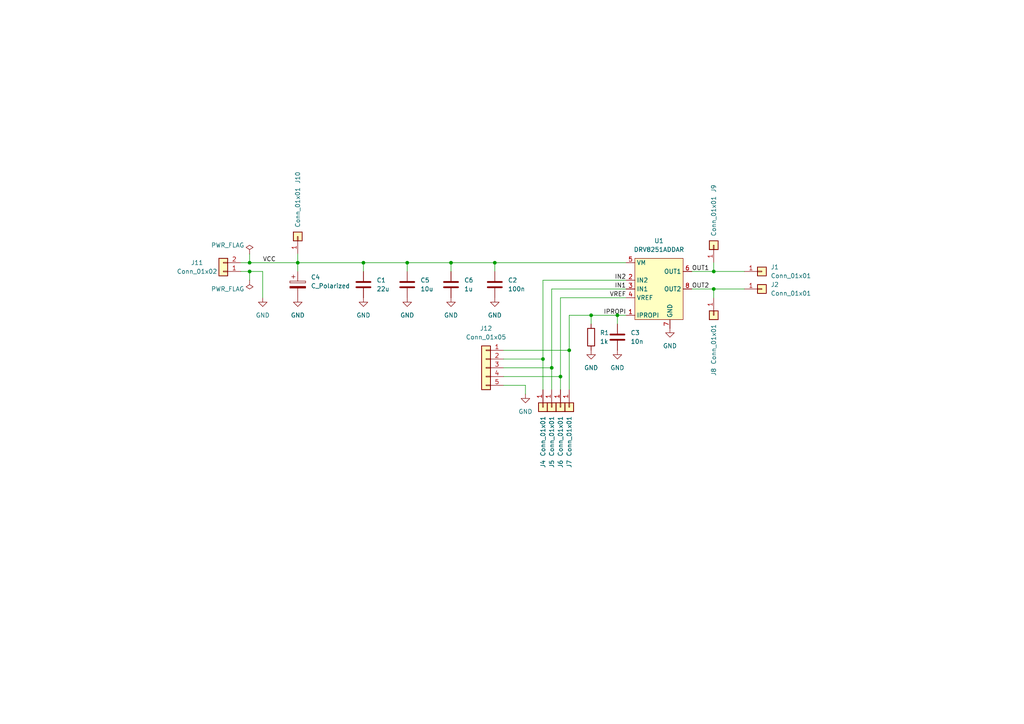
<source format=kicad_sch>
(kicad_sch (version 20230121) (generator eeschema)
  (paper "A4")
  (lib_symbols
    (symbol "Connector_Generic:Conn_01x01" (pin_names (offset 1.016) hide)
      (property "Reference" "J" (at 0 2.54 0))
      (property "Value" "Conn_01x01" (at 0 -2.54 0))
      (symbol "Conn_01x01_1_1"
        (rectangle (start -1.27 0.127) (end 0 -0.127) (stroke (width 0.1524)))
        (rectangle (start -1.27 1.27) (end 1.27 -1.27) (stroke (width 0.254)) (fill (type background)))
        (pin passive line (at -5.08 0 0) (length 3.81) (name "Pin_1") (number "1"))
      )
    )
    (symbol "Connector_Generic:Conn_01x02" (pin_names (offset 1.016) hide)
      (property "Reference" "J" (at 0 2.54 0))
      (property "Value" "Conn_01x02" (at 0 -5.08 0))
      (symbol "Conn_01x02_1_1"
        (rectangle (start -1.27 -2.413) (end 0 -2.667) (stroke (width 0.1524)))
        (rectangle (start -1.27 0.127) (end 0 -0.127) (stroke (width 0.1524)))
        (rectangle (start -1.27 1.27) (end 1.27 -3.81) (stroke (width 0.254)) (fill (type background)))
        (pin passive line (at -5.08 0 0) (length 3.81) (name "Pin_1") (number "1"))
        (pin passive line (at -5.08 -2.54 0) (length 3.81) (name "Pin_2") (number "2"))
      )
    )
    (symbol "Connector_Generic:Conn_01x05" (pin_names (offset 1.016) hide)
      (property "Reference" "J" (at 0 7.62 0))
      (property "Value" "Conn_01x05" (at 0 -7.62 0))
      (symbol "Conn_01x05_1_1"
        (rectangle (start -1.27 -4.953) (end 0 -5.207) (stroke (width 0.1524)))
        (rectangle (start -1.27 -2.413) (end 0 -2.667) (stroke (width 0.1524)))
        (rectangle (start -1.27 0.127) (end 0 -0.127) (stroke (width 0.1524)))
        (rectangle (start -1.27 2.667) (end 0 2.413) (stroke (width 0.1524)))
        (rectangle (start -1.27 5.207) (end 0 4.953) (stroke (width 0.1524)))
        (rectangle (start -1.27 6.35) (end 1.27 -6.35) (stroke (width 0.254)) (fill (type background)))
        (pin passive line (at -5.08 5.08 0) (length 3.81) (name "Pin_1") (number "1"))
        (pin passive line (at -5.08 2.54 0) (length 3.81) (name "Pin_2") (number "2"))
        (pin passive line (at -5.08 0 0) (length 3.81) (name "Pin_3") (number "3"))
        (pin passive line (at -5.08 -2.54 0) (length 3.81) (name "Pin_4") (number "4"))
        (pin passive line (at -5.08 -5.08 0) (length 3.81) (name "Pin_5") (number "5"))
      )
    )
    (symbol "Device:C" (pin_numbers hide) (pin_names (offset 0.254))
      (property "Reference" "C" (at 0.635 2.54 0))
      (property "Value" "C" (at 0.635 -2.54 0))
      (symbol "C_0_1"
        (polyline (pts (xy -2.032 -0.762) (xy 2.032 -0.762)) (stroke (width 0.508)))
        (polyline (pts (xy -2.032 0.762) (xy 2.032 0.762)) (stroke (width 0.508)))
      )
      (symbol "C_1_1"
        (pin passive line (at 0 3.81 270) (length 2.794) (name "~") (number "1"))
        (pin passive line (at 0 -3.81 90) (length 2.794) (name "~") (number "2"))
      )
    )
    (symbol "Device:C_Polarized" (pin_numbers hide) (pin_names (offset 0.254))
      (property "Reference" "C" (at 0.635 2.54 0))
      (property "Value" "C_Polarized" (at 0.635 -2.54 0))
      (symbol "C_Polarized_0_1"
        (rectangle (start -2.286 0.508) (end 2.286 1.016))
        (polyline (pts (xy -1.778 2.286) (xy -0.762 2.286)))
        (polyline (pts (xy -1.27 2.794) (xy -1.27 1.778)))
        (rectangle (start 2.286 -0.508) (end -2.286 -1.016) (fill (type outline)))
      )
      (symbol "C_Polarized_1_1"
        (pin passive line (at 0 3.81 270) (length 2.794) (name "~") (number "1"))
        (pin passive line (at 0 -3.81 90) (length 2.794) (name "~") (number "2"))
      )
    )
    (symbol "Device:R" (pin_numbers hide) (pin_names (offset 0))
      (property "Reference" "R" (at 2.032 0 90))
      (property "Value" "R" (at 0 0 90))
      (symbol "R_0_1"
        (rectangle (start -1.016 -2.54) (end 1.016 2.54) (stroke (width 0.254)))
      )
      (symbol "R_1_1"
        (pin passive line (at 0 3.81 270) (length 1.27) (name "~") (number "1"))
        (pin passive line (at 0 -3.81 90) (length 1.27) (name "~") (number "2"))
      )
    )
    (symbol "Robotarna_KiCad_Library:DRV8251ADDAR"
      (property "Reference" "U" (at 0 5.08 0))
      (property "Value" "DRV8251ADDAR" (at 0 2.54 0))
      (symbol "DRV8251ADDAR_0_1"
        (rectangle (start 6.35 -16.51) (end -7.62 1.27) (fill (type background)))
      )
      (symbol "DRV8251ADDAR_1_1"
        (pin output line (at -10.16 -15.24 0) (length 2.54) (name "IPROPI") (number "1"))
        (pin input line (at -10.16 -5.08 0) (length 2.54) (name "IN2") (number "2"))
        (pin input line (at -10.16 -7.62 0) (length 2.54) (name "IN1") (number "3"))
        (pin input line (at -10.16 -10.16 0) (length 2.54) (name "VREF") (number "4"))
        (pin power_in line (at -10.16 0 0) (length 2.54) (name "VM") (number "5"))
        (pin power_out line (at 8.89 -2.54 180) (length 2.54) (name "OUT1") (number "6"))
        (pin power_in line (at 2.54 -19.05 90) (length 2.54) (name "GND") (number "7"))
        (pin power_out line (at 8.89 -7.62 180) (length 2.54) (name "OUT2") (number "8"))
        (pin power_in line (at 2.54 -19.05 90) (length 2.54) hide (name "GND") (number "9"))
      )
    )
    (symbol "power:GND" (power) (pin_names (offset 0))
      (property "Value" "GND" (at 0 -3.81 0))
      (symbol "GND_0_1"
        (polyline (pts (xy 0 0) (xy 0 -1.27) (xy 1.27 -1.27) (xy 0 -2.54) (xy -1.27 -1.27) (xy 0 -1.27)))
      )
      (symbol "GND_1_1"
        (pin power_in line (at 0 0 270) (length 0) hide (name "GND") (number "1"))
      )
    )
    (symbol "power:PWR_FLAG" (power) (pin_numbers hide) (pin_names (offset 0) hide)
      (property "Value" "PWR_FLAG" (at 0 3.81 0))
      (symbol "PWR_FLAG_0_0"
        (pin power_out line (at 0 0 90) (length 0) (name "pwr") (number "1"))
      )
      (symbol "PWR_FLAG_0_1"
        (polyline (pts (xy 0 0) (xy 0 1.27) (xy -1.016 1.905) (xy 0 2.54) (xy 1.016 1.905) (xy 0 1.27)))
      )
    )
  )
  (junction (at 86.36 76.2))
  (junction (at 162.56 109.22))
  (junction (at 207.01 83.82))
  (junction (at 171.45 91.44))
  (junction (at 105.41 76.2))
  (junction (at 130.81 76.2))
  (junction (at 72.39 76.2))
  (junction (at 207.01 78.74))
  (junction (at 160.02 106.68))
  (junction (at 157.48 104.14))
  (junction (at 179.07 91.44))
  (junction (at 143.51 76.2))
  (junction (at 118.11 76.2))
  (junction (at 72.39 78.74))
  (junction (at 165.1 101.6))
  (wire (pts (xy 152.4 114.3) (xy 152.4 111.76)))
  (wire (pts (xy 160.02 106.68) (xy 160.02 113.03)))
  (wire (pts (xy 157.48 81.28) (xy 157.48 104.14)))
  (wire (pts (xy 86.36 76.2) (xy 86.36 78.74)))
  (wire (pts (xy 207.01 78.74) (xy 200.66 78.74)))
  (wire (pts (xy 160.02 83.82) (xy 160.02 106.68)))
  (wire (pts (xy 105.41 76.2) (xy 105.41 78.74)))
  (wire (pts (xy 171.45 91.44) (xy 179.07 91.44)))
  (wire (pts (xy 72.39 78.74) (xy 72.39 81.28)))
  (wire (pts (xy 105.41 76.2) (xy 118.11 76.2)))
  (wire (pts (xy 207.01 83.82) (xy 200.66 83.82)))
  (wire (pts (xy 162.56 86.36) (xy 162.56 109.22)))
  (wire (pts (xy 146.05 104.14) (xy 157.48 104.14)))
  (wire (pts (xy 143.51 76.2) (xy 143.51 78.74)))
  (wire (pts (xy 162.56 86.36) (xy 181.61 86.36)))
  (wire (pts (xy 130.81 76.2) (xy 130.81 78.74)))
  (wire (pts (xy 86.36 73.66) (xy 86.36 76.2)))
  (wire (pts (xy 171.45 91.44) (xy 171.45 93.98)))
  (wire (pts (xy 181.61 83.82) (xy 160.02 83.82)))
  (wire (pts (xy 143.51 76.2) (xy 181.61 76.2)))
  (wire (pts (xy 165.1 91.44) (xy 171.45 91.44)))
  (wire (pts (xy 181.61 81.28) (xy 157.48 81.28)))
  (wire (pts (xy 72.39 73.66) (xy 72.39 76.2)))
  (wire (pts (xy 130.81 76.2) (xy 143.51 76.2)))
  (wire (pts (xy 86.36 76.2) (xy 105.41 76.2)))
  (wire (pts (xy 207.01 76.2) (xy 207.01 78.74)))
  (wire (pts (xy 76.2 78.74) (xy 76.2 86.36)))
  (wire (pts (xy 146.05 109.22) (xy 162.56 109.22)))
  (wire (pts (xy 146.05 101.6) (xy 165.1 101.6)))
  (wire (pts (xy 118.11 76.2) (xy 118.11 78.74)))
  (wire (pts (xy 215.9 83.82) (xy 207.01 83.82)))
  (wire (pts (xy 165.1 101.6) (xy 165.1 113.03)))
  (wire (pts (xy 215.9 78.74) (xy 207.01 78.74)))
  (wire (pts (xy 146.05 106.68) (xy 160.02 106.68)))
  (wire (pts (xy 179.07 91.44) (xy 181.61 91.44)))
  (wire (pts (xy 162.56 109.22) (xy 162.56 113.03)))
  (wire (pts (xy 179.07 91.44) (xy 179.07 93.98)))
  (wire (pts (xy 207.01 83.82) (xy 207.01 86.36)))
  (wire (pts (xy 157.48 104.14) (xy 157.48 113.03)))
  (wire (pts (xy 69.85 76.2) (xy 72.39 76.2)))
  (wire (pts (xy 72.39 76.2) (xy 86.36 76.2)))
  (wire (pts (xy 165.1 91.44) (xy 165.1 101.6)))
  (wire (pts (xy 118.11 76.2) (xy 130.81 76.2)))
  (wire (pts (xy 72.39 78.74) (xy 76.2 78.74)))
  (wire (pts (xy 69.85 78.74) (xy 72.39 78.74)))
  (wire (pts (xy 152.4 111.76) (xy 146.05 111.76)))
  (label "OUT1" (at 200.66 78.74 0))
  (label "VREF" (at 181.61 86.36 180))
  (label "IN2" (at 181.61 81.28 180))
  (label "VCC" (at 76.2 76.2 0))
  (label "OUT2" (at 200.66 83.82 0))
  (label "IN1" (at 181.61 83.82 180))
  (label "IPROPI" (at 181.61 91.44 180))
  (symbol (lib_id "Device:C") (at 130.81 82.55 0) (unit 1)
    (property "Reference" "C6" (at 134.62 81.2799 0) (effects (justify left)))
    (property "Value" "1u" (at 134.62 83.8199 0) (effects (justify left)))
    (property "Footprint" "Capacitor_SMD:C_0805_2012Metric" (effects hide))
  )
  (symbol (lib_id "power:GND") (at 194.31 95.25 0) (unit 1)
    (property "Reference" "#PWR05" (effects hide))
    (property "Value" "GND" (at 194.31 100.33 0))
  )
  (symbol (lib_id "power:GND") (at 143.51 86.36 0) (unit 1)
    (property "Reference" "#PWR02" (effects hide))
    (property "Value" "GND" (at 143.51 91.44 0))
  )
  (symbol (lib_id "Connector_Generic:Conn_01x01") (at 165.1 118.11 270) (unit 1)
    (property "Reference" "J7" (at 165.1 133.35 0) (effects (justify left)))
    (property "Value" "Conn_01x01" (at 165.1 120.65 0) (effects (justify left)))
    (property "Footprint" "Connector_PinHeader_2.00mm:PinHeader_1x01_P2.00mm_Vertical" (effects hide))
  )
  (symbol (lib_id "Connector_Generic:Conn_01x01") (at 86.36 68.58 90) (unit 1)
    (property "Reference" "J10" (at 86.36 53.34 0) (effects (justify left)))
    (property "Value" "Conn_01x01" (at 86.36 66.04 0) (effects (justify left)))
    (property "Footprint" "Connector_PinHeader_2.00mm:PinHeader_1x01_P2.00mm_Vertical" (effects hide))
  )
  (symbol (lib_id "Device:C_Polarized") (at 86.36 82.55 0) (unit 1)
    (property "Reference" "C4" (at 90.17 80.391 0) (effects (justify left)))
    (property "Value" "C_Polarized" (at 90.17 82.931 0) (effects (justify left)))
    (property "Footprint" "Capacitor_THT:CP_Radial_D10.0mm_P5.00mm" (effects hide))
  )
  (symbol (lib_id "Connector_Generic:Conn_01x01") (at 157.48 118.11 270) (unit 1)
    (property "Reference" "J4" (at 157.48 133.35 0) (effects (justify left)))
    (property "Value" "Conn_01x01" (at 157.48 120.65 0) (effects (justify left)))
    (property "Footprint" "Connector_PinHeader_2.00mm:PinHeader_1x01_P2.00mm_Vertical" (effects hide))
  )
  (symbol (lib_id "power:PWR_FLAG") (at 72.39 73.66 0) (unit 1)
    (property "Reference" "#FLG01" (effects hide))
    (property "Value" "PWR_FLAG" (at 66.04 71.12 0))
  )
  (symbol (lib_id "power:GND") (at 118.11 86.36 0) (unit 1)
    (property "Reference" "#PWR07" (effects hide))
    (property "Value" "GND" (at 118.11 91.44 0))
  )
  (symbol (lib_id "Device:C") (at 105.41 82.55 0) (unit 1)
    (property "Reference" "C1" (at 109.22 81.2799 0) (effects (justify left)))
    (property "Value" "22u" (at 109.22 83.8199 0) (effects (justify left)))
    (property "Footprint" "Capacitor_SMD:C_2220_5650Metric" (effects hide))
    (property "LCSC" "C5156742" (effects hide))
  )
  (symbol (lib_id "Device:C") (at 143.51 82.55 0) (unit 1)
    (property "Reference" "C2" (at 147.32 81.2799 0) (effects (justify left)))
    (property "Value" "100n" (at 147.32 83.8199 0) (effects (justify left)))
    (property "Footprint" "Inductor_SMD:L_0805_2012Metric" (effects hide))
  )
  (symbol (lib_id "Connector_Generic:Conn_01x02") (at 64.77 78.74 180) (unit 1)
    (property "Reference" "J11" (at 57.15 76.2 0))
    (property "Value" "Conn_01x02" (at 57.15 78.74 0))
    (property "Footprint" "TerminalBlock_RND:TerminalBlock_RND_205-00067_1x02_P7.50mm_Horizontal" (effects hide))
  )
  (symbol (lib_id "Device:C") (at 118.11 82.55 0) (unit 1)
    (property "Reference" "C5" (at 121.92 81.2799 0) (effects (justify left)))
    (property "Value" "10u" (at 121.92 83.8199 0) (effects (justify left)))
    (property "Footprint" "Capacitor_SMD:C_2220_5650Metric" (effects hide))
  )
  (symbol (lib_id "Connector_Generic:Conn_01x05") (at 140.97 106.68 0) (mirror y) (unit 1)
    (property "Reference" "J12" (at 140.97 95.25 0))
    (property "Value" "Conn_01x05" (at 140.97 97.79 0))
    (property "Footprint" "Connector_PinHeader_2.54mm:PinHeader_1x05_P2.54mm_Vertical" (effects hide))
  )
  (symbol (lib_id "power:GND") (at 105.41 86.36 0) (unit 1)
    (property "Reference" "#PWR01" (effects hide))
    (property "Value" "GND" (at 105.41 91.44 0))
  )
  (symbol (lib_id "Connector_Generic:Conn_01x01") (at 207.01 91.44 270) (unit 1)
    (property "Reference" "J8" (at 207.01 106.68 0) (effects (justify left)))
    (property "Value" "Conn_01x01" (at 207.01 93.98 0) (effects (justify left)))
    (property "Footprint" "Connector_PinHeader_2.00mm:PinHeader_1x01_P2.00mm_Vertical" (effects hide))
  )
  (symbol (lib_id "power:GND") (at 152.4 114.3 0) (unit 1)
    (property "Reference" "#PWR010" (effects hide))
    (property "Value" "GND" (at 152.4 119.38 0))
  )
  (symbol (lib_id "power:GND") (at 76.2 86.36 0) (unit 1)
    (property "Reference" "#PWR09" (effects hide))
    (property "Value" "GND" (at 76.2 91.44 0))
  )
  (symbol (lib_id "Device:R") (at 171.45 97.79 0) (unit 1)
    (property "Reference" "R1" (at 173.99 96.5199 0) (effects (justify left)))
    (property "Value" "1k" (at 173.99 99.0599 0) (effects (justify left)))
    (property "Footprint" "Resistor_SMD:R_0603_1608Metric" (effects hide))
    (property "LCSC" "C852624" (effects hide))
  )
  (symbol (lib_id "power:GND") (at 179.07 101.6 0) (unit 1)
    (property "Reference" "#PWR04" (effects hide))
    (property "Value" "GND" (at 179.07 106.68 0))
  )
  (symbol (lib_id "power:GND") (at 130.81 86.36 0) (unit 1)
    (property "Reference" "#PWR08" (effects hide))
    (property "Value" "GND" (at 130.81 91.44 0))
  )
  (symbol (lib_id "Connector_Generic:Conn_01x01") (at 207.01 71.12 90) (unit 1)
    (property "Reference" "J9" (at 207.01 55.88 0) (effects (justify left)))
    (property "Value" "Conn_01x01" (at 207.01 68.58 0) (effects (justify left)))
    (property "Footprint" "Connector_PinHeader_2.00mm:PinHeader_1x01_P2.00mm_Vertical" (effects hide))
  )
  (symbol (lib_id "Connector_Generic:Conn_01x01") (at 160.02 118.11 270) (unit 1)
    (property "Reference" "J5" (at 160.02 133.35 0) (effects (justify left)))
    (property "Value" "Conn_01x01" (at 160.02 120.65 0) (effects (justify left)))
    (property "Footprint" "Connector_PinHeader_2.00mm:PinHeader_1x01_P2.00mm_Vertical" (effects hide))
  )
  (symbol (lib_id "Robotarna_KiCad_Library:DRV8251ADDAR") (at 191.77 76.2 0) (unit 1)
    (property "Reference" "U1" (at 191.135 69.85 0))
    (property "Value" "DRV8251ADDAR" (at 191.135 72.39 0))
    (property "Footprint" "Package_SO:HSOP-8-1EP_3.9x4.9mm_P1.27mm_EP2.41x3.1mm" (effects hide))
    (property "Datasheet" "https://www.ti.com/lit/ds/symlink/drv8251a.pdf?ts=1695282626326&ref_url=https%253A%252F%252Fwww.ti.com%252Fproduct%252FDRV8251A%252Fpart-details%252FDRV8251ADDAR%253Futm_source%253Dgoogle%2526utm_medium%253Dcpc%2526utm_campaign%253Docb-tistore-promo-asc_opn_en-cpc-storeic-google-eu%2526utm_content%253DDevice%2526ds_k%253DDRV8251ADDAR%2526DCM%253Dyes%2526gclid%253DEAIaIQobChMI4P6-8Zu7gQMVkYZoCR2GegKiEAAYAiAAEgJRkvD_BwE%2526gclsrc%253Daw.ds" (effects hide))
  )
  (symbol (lib_id "Device:C") (at 179.07 97.79 0) (unit 1)
    (property "Reference" "C3" (at 182.88 96.5199 0) (effects (justify left)))
    (property "Value" "10n" (at 182.88 99.0599 0) (effects (justify left)))
    (property "Footprint" "Capacitor_SMD:C_0603_1608Metric" (effects hide))
    (property "LCSC" "C15195" (effects hide))
  )
  (symbol (lib_id "power:GND") (at 171.45 101.6 0) (unit 1)
    (property "Reference" "#PWR03" (effects hide))
    (property "Value" "GND" (at 171.45 106.68 0))
  )
  (symbol (lib_id "Connector_Generic:Conn_01x01") (at 220.98 83.82 0) (unit 1)
    (property "Reference" "J2" (at 223.52 82.5499 0) (effects (justify left)))
    (property "Value" "Conn_01x01" (at 223.52 85.0899 0) (effects (justify left)))
    (property "Footprint" "TerminalBlock_MetzConnect:TerminalBlock_MetzConnect_360271_1x01_Horizontal_ScrewM3.0_Boxed" (effects hide))
  )
  (symbol (lib_id "power:GND") (at 86.36 86.36 0) (unit 1)
    (property "Reference" "#PWR06" (effects hide))
    (property "Value" "GND" (at 86.36 91.44 0))
  )
  (symbol (lib_id "Connector_Generic:Conn_01x01") (at 220.98 78.74 0) (unit 1)
    (property "Reference" "J1" (at 223.52 77.4699 0) (effects (justify left)))
    (property "Value" "Conn_01x01" (at 223.52 80.0099 0) (effects (justify left)))
    (property "Footprint" "TerminalBlock_MetzConnect:TerminalBlock_MetzConnect_360271_1x01_Horizontal_ScrewM3.0_Boxed" (effects hide))
  )
  (symbol (lib_id "Connector_Generic:Conn_01x01") (at 162.56 118.11 270) (unit 1)
    (property "Reference" "J6" (at 162.56 133.35 0) (effects (justify left)))
    (property "Value" "Conn_01x01" (at 162.56 120.65 0) (effects (justify left)))
    (property "Footprint" "Connector_PinHeader_2.00mm:PinHeader_1x01_P2.00mm_Vertical" (effects hide))
  )
  (symbol (lib_id "power:PWR_FLAG") (at 72.39 81.28 180) (unit 1)
    (property "Reference" "#FLG02" (effects hide))
    (property "Value" "PWR_FLAG" (at 66.04 83.82 0))
  )
)
</source>
